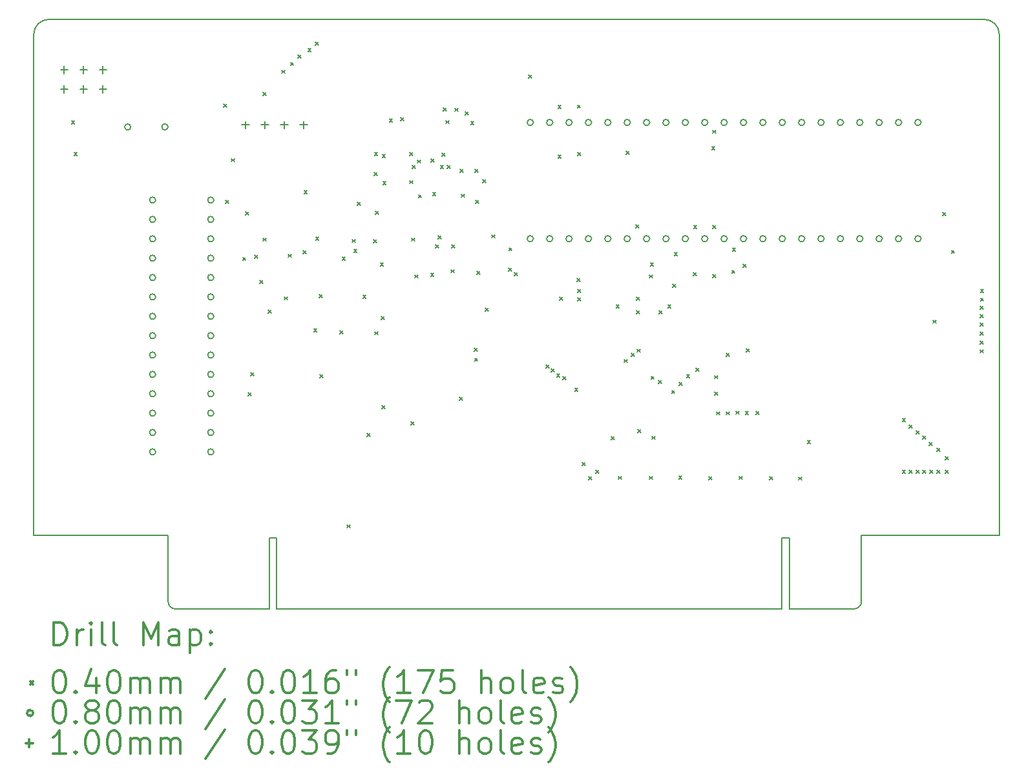
<source format=gbr>
%FSLAX45Y45*%
G04 Gerber Fmt 4.5, Leading zero omitted, Abs format (unit mm)*
G04 Created by KiCad (PCBNEW 4.0.7) date 07/31/18 13:25:57*
%MOMM*%
%LPD*%
G01*
G04 APERTURE LIST*
%ADD10C,0.127000*%
%ADD11C,0.150000*%
%ADD12C,0.200000*%
%ADD13C,0.300000*%
G04 APERTURE END LIST*
D10*
D11*
X4600000Y-3221480D02*
G75*
G03X4400000Y-3421480I0J-200000D01*
G01*
X17054000Y-3421480D02*
G75*
G03X16854000Y-3221480I-200000J0D01*
G01*
X15147620Y-10952988D02*
G75*
G03X15247620Y-10852988I0J100000D01*
G01*
X6160770Y-10852988D02*
G75*
G03X6260770Y-10952988I100000J0D01*
G01*
X6160770Y-10852988D02*
X6160770Y-9988550D01*
X7487412Y-10952988D02*
X6260770Y-10952988D01*
X7487412Y-10021824D02*
X7487412Y-10952988D01*
X7583424Y-10021824D02*
X7487412Y-10021824D01*
X7583424Y-10952988D02*
X7583424Y-10021824D01*
X14206728Y-10952988D02*
X7583424Y-10952988D01*
X14206728Y-10021824D02*
X14206728Y-10952988D01*
X14305788Y-10021824D02*
X14206728Y-10021824D01*
X14305788Y-10952988D02*
X14305788Y-10021824D01*
X15147620Y-10952988D02*
X14305788Y-10952988D01*
X15247620Y-9988550D02*
X15247620Y-10852988D01*
X15247620Y-9988550D02*
X17054000Y-9988550D01*
X6160770Y-9988550D02*
X4400000Y-9988550D01*
X4400000Y-3421480D02*
X4400000Y-9988550D01*
X16854000Y-3221480D02*
X4600000Y-3221480D01*
X17054000Y-9988550D02*
X17054000Y-3421480D01*
D12*
X4894900Y-4552000D02*
X4934900Y-4592000D01*
X4934900Y-4552000D02*
X4894900Y-4592000D01*
X4929190Y-4967290D02*
X4969190Y-5007290D01*
X4969190Y-4967290D02*
X4929190Y-5007290D01*
X6887000Y-4331000D02*
X6927000Y-4371000D01*
X6927000Y-4331000D02*
X6887000Y-4371000D01*
X6914200Y-5592130D02*
X6954200Y-5632130D01*
X6954200Y-5592130D02*
X6914200Y-5632130D01*
X6990400Y-5047300D02*
X7030400Y-5087300D01*
X7030400Y-5047300D02*
X6990400Y-5087300D01*
X7138990Y-6342700D02*
X7178990Y-6382700D01*
X7178990Y-6342700D02*
X7138990Y-6382700D01*
X7173280Y-5744530D02*
X7213280Y-5784530D01*
X7213280Y-5744530D02*
X7173280Y-5784530D01*
X7211380Y-8118160D02*
X7251380Y-8158160D01*
X7251380Y-8118160D02*
X7211380Y-8158160D01*
X7245670Y-7855270D02*
X7285670Y-7895270D01*
X7285670Y-7855270D02*
X7245670Y-7895270D01*
X7293168Y-6315776D02*
X7333168Y-6355776D01*
X7333168Y-6315776D02*
X7293168Y-6355776D01*
X7364288Y-6646992D02*
X7404288Y-6686992D01*
X7404288Y-6646992D02*
X7364288Y-6686992D01*
X7402896Y-6090224D02*
X7442896Y-6130224D01*
X7442896Y-6090224D02*
X7402896Y-6130224D01*
X7406452Y-4182176D02*
X7446452Y-4222176D01*
X7446452Y-4182176D02*
X7406452Y-4222176D01*
X7474270Y-7036120D02*
X7514270Y-7076120D01*
X7514270Y-7036120D02*
X7474270Y-7076120D01*
X7653340Y-3889060D02*
X7693340Y-3929060D01*
X7693340Y-3889060D02*
X7653340Y-3929060D01*
X7682296Y-6860860D02*
X7722296Y-6900860D01*
X7722296Y-6860860D02*
X7682296Y-6900860D01*
X7737160Y-6300790D02*
X7777160Y-6340790D01*
X7777160Y-6300790D02*
X7737160Y-6340790D01*
X7763830Y-3786190D02*
X7803830Y-3826190D01*
X7803830Y-3786190D02*
X7763830Y-3826190D01*
X7862890Y-3687130D02*
X7902890Y-3727130D01*
X7902890Y-3687130D02*
X7862890Y-3727130D01*
X7927660Y-6255070D02*
X7967660Y-6295070D01*
X7967660Y-6255070D02*
X7927660Y-6295070D01*
X7942900Y-5466400D02*
X7982900Y-5506400D01*
X7982900Y-5466400D02*
X7942900Y-5506400D01*
X7992430Y-3603310D02*
X8032430Y-3643310D01*
X8032430Y-3603310D02*
X7992430Y-3643310D01*
X8068630Y-7276150D02*
X8108630Y-7316150D01*
X8108630Y-7276150D02*
X8068630Y-7316150D01*
X8088950Y-3522030D02*
X8128950Y-3562030D01*
X8128950Y-3522030D02*
X8088950Y-3562030D01*
X8095808Y-6078032D02*
X8135808Y-6118032D01*
X8135808Y-6078032D02*
X8095808Y-6118032D01*
X8141274Y-6830888D02*
X8181274Y-6870888D01*
X8181274Y-6830888D02*
X8141274Y-6870888D01*
X8152450Y-7878130D02*
X8192450Y-7918130D01*
X8192450Y-7878130D02*
X8152450Y-7918130D01*
X8415340Y-7302820D02*
X8455340Y-7342820D01*
X8455340Y-7302820D02*
X8415340Y-7342820D01*
X8442010Y-6338890D02*
X8482010Y-6378890D01*
X8482010Y-6338890D02*
X8442010Y-6378890D01*
X8506780Y-9847900D02*
X8546780Y-9887900D01*
X8546780Y-9847900D02*
X8506780Y-9887900D01*
X8575360Y-6106480D02*
X8615360Y-6146480D01*
X8615360Y-6106480D02*
X8575360Y-6146480D01*
X8594410Y-6236020D02*
X8634410Y-6276020D01*
X8634410Y-6236020D02*
X8594410Y-6276020D01*
X8639368Y-5621848D02*
X8679368Y-5661848D01*
X8679368Y-5621848D02*
X8639368Y-5661848D01*
X8714044Y-6836476D02*
X8754044Y-6876476D01*
X8754044Y-6836476D02*
X8714044Y-6876476D01*
X8769670Y-8651560D02*
X8809670Y-8691560D01*
X8809670Y-8651560D02*
X8769670Y-8691560D01*
X8849680Y-6108512D02*
X8889680Y-6148512D01*
X8889680Y-6108512D02*
X8849680Y-6148512D01*
X8863396Y-5228656D02*
X8903396Y-5268656D01*
X8903396Y-5228656D02*
X8863396Y-5268656D01*
X8864920Y-4968052D02*
X8904920Y-5008052D01*
X8904920Y-4968052D02*
X8864920Y-5008052D01*
X8868730Y-7318060D02*
X8908730Y-7358060D01*
X8908730Y-7318060D02*
X8868730Y-7358060D01*
X8880160Y-5736148D02*
X8920160Y-5776148D01*
X8920160Y-5736148D02*
X8880160Y-5776148D01*
X8942644Y-6415852D02*
X8982644Y-6455852D01*
X8982644Y-6415852D02*
X8942644Y-6455852D01*
X8952550Y-7116130D02*
X8992550Y-7156130D01*
X8992550Y-7116130D02*
X8952550Y-7156130D01*
X8960170Y-8289610D02*
X9000170Y-8329610D01*
X9000170Y-8289610D02*
X8960170Y-8329610D01*
X8967790Y-4990150D02*
X9007790Y-5030150D01*
X9007790Y-4990150D02*
X8967790Y-5030150D01*
X8975410Y-5348290D02*
X9015410Y-5388290D01*
X9015410Y-5348290D02*
X8975410Y-5388290D01*
X9059992Y-4529140D02*
X9099992Y-4569140D01*
X9099992Y-4529140D02*
X9059992Y-4569140D01*
X9211376Y-4511868D02*
X9251376Y-4551868D01*
X9251376Y-4511868D02*
X9211376Y-4551868D01*
X9325930Y-4967290D02*
X9365930Y-5007290D01*
X9365930Y-4967290D02*
X9325930Y-5007290D01*
X9329740Y-5336860D02*
X9369740Y-5376860D01*
X9369740Y-5336860D02*
X9329740Y-5376860D01*
X9341170Y-8499160D02*
X9381170Y-8539160D01*
X9381170Y-8499160D02*
X9341170Y-8539160D01*
X9349298Y-6090478D02*
X9389298Y-6130478D01*
X9389298Y-6090478D02*
X9349298Y-6130478D01*
X9361744Y-5135184D02*
X9401744Y-5175184D01*
X9401744Y-5135184D02*
X9361744Y-5175184D01*
X9393748Y-6571300D02*
X9433748Y-6611300D01*
X9433748Y-6571300D02*
X9393748Y-6611300D01*
X9426514Y-5065080D02*
X9466514Y-5105080D01*
X9466514Y-5065080D02*
X9426514Y-5105080D01*
X9440484Y-5523296D02*
X9480484Y-5563296D01*
X9480484Y-5523296D02*
X9440484Y-5563296D01*
X9602536Y-6548440D02*
X9642536Y-6588440D01*
X9642536Y-6548440D02*
X9602536Y-6588440D01*
X9607616Y-5049840D02*
X9647616Y-5089840D01*
X9647616Y-5049840D02*
X9607616Y-5089840D01*
X9627936Y-5494848D02*
X9667936Y-5534848D01*
X9667936Y-5494848D02*
X9627936Y-5534848D01*
X9668576Y-6177600D02*
X9708576Y-6217600D01*
X9708576Y-6177600D02*
X9668576Y-6217600D01*
X9697024Y-6059744D02*
X9737024Y-6099744D01*
X9737024Y-6059744D02*
X9697024Y-6099744D01*
X9729536Y-5139248D02*
X9769536Y-5179248D01*
X9769536Y-5139248D02*
X9729536Y-5179248D01*
X9752650Y-4974910D02*
X9792650Y-5014910D01*
X9792650Y-4974910D02*
X9752650Y-5014910D01*
X9764588Y-4383344D02*
X9804588Y-4423344D01*
X9804588Y-4383344D02*
X9764588Y-4423344D01*
X9802180Y-4548190D02*
X9842180Y-4588190D01*
X9842180Y-4548190D02*
X9802180Y-4588190D01*
X9817420Y-5138740D02*
X9857420Y-5178740D01*
X9857420Y-5138740D02*
X9817420Y-5178740D01*
X9867966Y-6503990D02*
X9907966Y-6543990D01*
X9907966Y-6503990D02*
X9867966Y-6543990D01*
X9879904Y-6175568D02*
X9919904Y-6215568D01*
X9919904Y-6175568D02*
X9879904Y-6215568D01*
X9921052Y-4388932D02*
X9961052Y-4428932D01*
X9961052Y-4388932D02*
X9921052Y-4428932D01*
X9981250Y-8175310D02*
X10021250Y-8215310D01*
X10021250Y-8175310D02*
X9981250Y-8215310D01*
X9987600Y-5190048D02*
X10027600Y-5230048D01*
X10027600Y-5190048D02*
X9987600Y-5230048D01*
X10003856Y-5513136D02*
X10043856Y-5553136D01*
X10043856Y-5513136D02*
X10003856Y-5553136D01*
X10056688Y-4436176D02*
X10096688Y-4476176D01*
X10096688Y-4436176D02*
X10056688Y-4476176D01*
X10127808Y-4558928D02*
X10167808Y-4598928D01*
X10167808Y-4558928D02*
X10127808Y-4598928D01*
X10170988Y-7531420D02*
X10210988Y-7571420D01*
X10210988Y-7531420D02*
X10170988Y-7571420D01*
X10178100Y-7663500D02*
X10218100Y-7703500D01*
X10218100Y-7663500D02*
X10178100Y-7703500D01*
X10184704Y-5185984D02*
X10224704Y-5225984D01*
X10224704Y-5185984D02*
X10184704Y-5225984D01*
X10190800Y-5592384D02*
X10230800Y-5632384D01*
X10230800Y-5592384D02*
X10190800Y-5632384D01*
X10206040Y-6524056D02*
X10246040Y-6564056D01*
X10246040Y-6524056D02*
X10206040Y-6564056D01*
X10282240Y-5322128D02*
X10322240Y-5362128D01*
X10322240Y-5322128D02*
X10282240Y-5362128D01*
X10320000Y-7010000D02*
X10360000Y-7050000D01*
X10360000Y-7010000D02*
X10320000Y-7050000D01*
X10400096Y-6047552D02*
X10440096Y-6087552D01*
X10440096Y-6047552D02*
X10400096Y-6087552D01*
X10623616Y-6484432D02*
X10663616Y-6524432D01*
X10663616Y-6484432D02*
X10623616Y-6524432D01*
X10625648Y-6216208D02*
X10665648Y-6256208D01*
X10665648Y-6216208D02*
X10625648Y-6256208D01*
X10696768Y-6543360D02*
X10736768Y-6583360D01*
X10736768Y-6543360D02*
X10696768Y-6583360D01*
X10884220Y-3953830D02*
X10924220Y-3993830D01*
X10924220Y-3953830D02*
X10884220Y-3993830D01*
X11113000Y-7752000D02*
X11153000Y-7792000D01*
X11153000Y-7752000D02*
X11113000Y-7792000D01*
X11183000Y-7806000D02*
X11223000Y-7846000D01*
X11223000Y-7806000D02*
X11183000Y-7846000D01*
X11253291Y-7872983D02*
X11293291Y-7912983D01*
X11293291Y-7872983D02*
X11253291Y-7912983D01*
X11269030Y-4350070D02*
X11309030Y-4390070D01*
X11309030Y-4350070D02*
X11269030Y-4390070D01*
X11269030Y-5001580D02*
X11309030Y-5041580D01*
X11309030Y-5001580D02*
X11269030Y-5041580D01*
X11291000Y-6865000D02*
X11331000Y-6905000D01*
X11331000Y-6865000D02*
X11291000Y-6905000D01*
X11332000Y-7908000D02*
X11372000Y-7948000D01*
X11372000Y-7908000D02*
X11332000Y-7948000D01*
X11490010Y-8061010D02*
X11530010Y-8101010D01*
X11530010Y-8061010D02*
X11490010Y-8101010D01*
X11521000Y-6617000D02*
X11561000Y-6657000D01*
X11561000Y-6617000D02*
X11521000Y-6657000D01*
X11524300Y-4346260D02*
X11564300Y-4386260D01*
X11564300Y-4346260D02*
X11524300Y-4386260D01*
X11525824Y-6762816D02*
X11565824Y-6802816D01*
X11565824Y-6762816D02*
X11525824Y-6802816D01*
X11525824Y-6874576D02*
X11565824Y-6914576D01*
X11565824Y-6874576D02*
X11525824Y-6914576D01*
X11528110Y-4967290D02*
X11568110Y-5007290D01*
X11568110Y-4967290D02*
X11528110Y-5007290D01*
X11589070Y-9032560D02*
X11629070Y-9072560D01*
X11629070Y-9032560D02*
X11589070Y-9072560D01*
X11669080Y-9215440D02*
X11709080Y-9255440D01*
X11709080Y-9215440D02*
X11669080Y-9255440D01*
X11768140Y-9131620D02*
X11808140Y-9171620D01*
X11808140Y-9131620D02*
X11768140Y-9171620D01*
X11970070Y-8693470D02*
X12010070Y-8733470D01*
X12010070Y-8693470D02*
X11970070Y-8733470D01*
X12031030Y-6963730D02*
X12071030Y-7003730D01*
X12071030Y-6963730D02*
X12031030Y-7003730D01*
X12060240Y-9213408D02*
X12100240Y-9253408D01*
X12100240Y-9213408D02*
X12060240Y-9253408D01*
X12139488Y-7680264D02*
X12179488Y-7720264D01*
X12179488Y-7680264D02*
X12139488Y-7720264D01*
X12164634Y-4950526D02*
X12204634Y-4990526D01*
X12204634Y-4950526D02*
X12164634Y-4990526D01*
X12228896Y-7602032D02*
X12268896Y-7642032D01*
X12268896Y-7602032D02*
X12228896Y-7642032D01*
X12290364Y-5914456D02*
X12330364Y-5954456D01*
X12330364Y-5914456D02*
X12290364Y-5954456D01*
X12300016Y-6866448D02*
X12340016Y-6906448D01*
X12340016Y-6866448D02*
X12300016Y-6906448D01*
X12300016Y-7039168D02*
X12340016Y-7079168D01*
X12340016Y-7039168D02*
X12300016Y-7079168D01*
X12304334Y-7546152D02*
X12344334Y-7586152D01*
X12344334Y-7546152D02*
X12304334Y-7586152D01*
X12316780Y-8598220D02*
X12356780Y-8638220D01*
X12356780Y-8598220D02*
X12316780Y-8638220D01*
X12467656Y-9213916D02*
X12507656Y-9253916D01*
X12507656Y-9213916D02*
X12467656Y-9253916D01*
X12469180Y-6571300D02*
X12509180Y-6611300D01*
X12509180Y-6571300D02*
X12469180Y-6611300D01*
X12480864Y-6413312D02*
X12520864Y-6453312D01*
X12520864Y-6413312D02*
X12480864Y-6453312D01*
X12488230Y-7900990D02*
X12528230Y-7940990D01*
X12528230Y-7900990D02*
X12488230Y-7940990D01*
X12503470Y-8689660D02*
X12543470Y-8729660D01*
X12543470Y-8689660D02*
X12503470Y-8729660D01*
X12583480Y-7958140D02*
X12623480Y-7998140D01*
X12623480Y-7958140D02*
X12583480Y-7998140D01*
X12592624Y-7039168D02*
X12632624Y-7079168D01*
X12632624Y-7039168D02*
X12592624Y-7079168D01*
X12708448Y-6966016D02*
X12748448Y-7006016D01*
X12748448Y-6966016D02*
X12708448Y-7006016D01*
X12759756Y-8088188D02*
X12799756Y-8128188D01*
X12799756Y-8088188D02*
X12759756Y-8128188D01*
X12770932Y-6696776D02*
X12810932Y-6736776D01*
X12810932Y-6696776D02*
X12770932Y-6736776D01*
X12793030Y-6277930D02*
X12833030Y-6317930D01*
X12833030Y-6277930D02*
X12793030Y-6317930D01*
X12852720Y-9207312D02*
X12892720Y-9247312D01*
X12892720Y-9207312D02*
X12852720Y-9247312D01*
X12854752Y-7982016D02*
X12894752Y-8022016D01*
X12894752Y-7982016D02*
X12854752Y-8022016D01*
X12955336Y-7881432D02*
X12995336Y-7921432D01*
X12995336Y-7881432D02*
X12955336Y-7921432D01*
X13041950Y-6540312D02*
X13081950Y-6580312D01*
X13081950Y-6540312D02*
X13041950Y-6580312D01*
X13047538Y-5922838D02*
X13087538Y-5962838D01*
X13087538Y-5922838D02*
X13047538Y-5962838D01*
X13078272Y-7797612D02*
X13118272Y-7837612D01*
X13118272Y-7797612D02*
X13078272Y-7837612D01*
X13246420Y-9215440D02*
X13286420Y-9255440D01*
X13286420Y-9215440D02*
X13246420Y-9255440D01*
X13285028Y-4894646D02*
X13325028Y-4934646D01*
X13325028Y-4894646D02*
X13285028Y-4934646D01*
X13296204Y-4676714D02*
X13336204Y-4716714D01*
X13336204Y-4676714D02*
X13296204Y-4716714D01*
X13296204Y-5922838D02*
X13336204Y-5962838D01*
X13336204Y-5922838D02*
X13296204Y-5962838D01*
X13296204Y-6571046D02*
X13336204Y-6611046D01*
X13336204Y-6571046D02*
X13296204Y-6611046D01*
X13324144Y-7892608D02*
X13364144Y-7932608D01*
X13364144Y-7892608D02*
X13324144Y-7932608D01*
X13324144Y-8110540D02*
X13364144Y-8150540D01*
X13364144Y-8110540D02*
X13324144Y-8150540D01*
X13349290Y-8367588D02*
X13389290Y-8407588D01*
X13389290Y-8367588D02*
X13349290Y-8407588D01*
X13475020Y-7599238D02*
X13515020Y-7639238D01*
X13515020Y-7599238D02*
X13475020Y-7639238D01*
X13477814Y-8367588D02*
X13517814Y-8407588D01*
X13517814Y-8367588D02*
X13477814Y-8407588D01*
X13547664Y-6512372D02*
X13587664Y-6552372D01*
X13587664Y-6512372D02*
X13547664Y-6552372D01*
X13556046Y-6219002D02*
X13596046Y-6259002D01*
X13596046Y-6219002D02*
X13556046Y-6259002D01*
X13600750Y-8358190D02*
X13640750Y-8398190D01*
X13640750Y-8358190D02*
X13600750Y-8398190D01*
X13647232Y-9213916D02*
X13687232Y-9253916D01*
X13687232Y-9213916D02*
X13647232Y-9253916D01*
X13692952Y-6434140D02*
X13732952Y-6474140D01*
X13732952Y-6434140D02*
X13692952Y-6474140D01*
X13724702Y-8364032D02*
X13764702Y-8404032D01*
X13764702Y-8364032D02*
X13724702Y-8404032D01*
X13737656Y-7543358D02*
X13777656Y-7583358D01*
X13777656Y-7543358D02*
X13737656Y-7583358D01*
X13862878Y-8365048D02*
X13902878Y-8405048D01*
X13902878Y-8365048D02*
X13862878Y-8405048D01*
X14043472Y-9220012D02*
X14083472Y-9260012D01*
X14083472Y-9220012D02*
X14043472Y-9260012D01*
X14421424Y-9221536D02*
X14461424Y-9261536D01*
X14461424Y-9221536D02*
X14421424Y-9261536D01*
X14538010Y-8743000D02*
X14578010Y-8783000D01*
X14578010Y-8743000D02*
X14538010Y-8783000D01*
X15782102Y-8456488D02*
X15822102Y-8496488D01*
X15822102Y-8456488D02*
X15782102Y-8496488D01*
X15782864Y-9135938D02*
X15822864Y-9175938D01*
X15822864Y-9135938D02*
X15782864Y-9175938D01*
X15869986Y-8538784D02*
X15909986Y-8578784D01*
X15909986Y-8538784D02*
X15869986Y-8578784D01*
X15874558Y-9133144D02*
X15914558Y-9173144D01*
X15914558Y-9133144D02*
X15874558Y-9173144D01*
X15967268Y-8616508D02*
X16007268Y-8656508D01*
X16007268Y-8616508D02*
X15967268Y-8656508D01*
X15967268Y-9133144D02*
X16007268Y-9173144D01*
X16007268Y-9133144D02*
X15967268Y-9173144D01*
X16051088Y-8686104D02*
X16091088Y-8726104D01*
X16091088Y-8686104D02*
X16051088Y-8726104D01*
X16051088Y-9130350D02*
X16091088Y-9170350D01*
X16091088Y-9130350D02*
X16051088Y-9170350D01*
X16134908Y-8767130D02*
X16174908Y-8807130D01*
X16174908Y-8767130D02*
X16134908Y-8807130D01*
X16140496Y-9133144D02*
X16180496Y-9173144D01*
X16180496Y-9133144D02*
X16140496Y-9173144D01*
X16183930Y-7165660D02*
X16223930Y-7205660D01*
X16223930Y-7165660D02*
X16183930Y-7205660D01*
X16232698Y-8848156D02*
X16272698Y-8888156D01*
X16272698Y-8848156D02*
X16232698Y-8888156D01*
X16238286Y-9133144D02*
X16278286Y-9173144D01*
X16278286Y-9133144D02*
X16238286Y-9173144D01*
X16313724Y-5752404D02*
X16353724Y-5792404D01*
X16353724Y-5752404D02*
X16313724Y-5792404D01*
X16344458Y-8957122D02*
X16384458Y-8997122D01*
X16384458Y-8957122D02*
X16344458Y-8997122D01*
X16344458Y-9133144D02*
X16384458Y-9173144D01*
X16384458Y-9133144D02*
X16344458Y-9173144D01*
X16425484Y-6249736D02*
X16465484Y-6289736D01*
X16465484Y-6249736D02*
X16425484Y-6289736D01*
X16801150Y-7442266D02*
X16841150Y-7482266D01*
X16841150Y-7442266D02*
X16801150Y-7482266D01*
X16801150Y-7554280D02*
X16841150Y-7594280D01*
X16841150Y-7554280D02*
X16801150Y-7594280D01*
X16802674Y-7322632D02*
X16842674Y-7362632D01*
X16842674Y-7322632D02*
X16802674Y-7362632D01*
X16803436Y-7204522D02*
X16843436Y-7244522D01*
X16843436Y-7204522D02*
X16803436Y-7244522D01*
X16804452Y-7092000D02*
X16844452Y-7132000D01*
X16844452Y-7092000D02*
X16804452Y-7132000D01*
X16804960Y-6982780D02*
X16844960Y-7022780D01*
X16844960Y-6982780D02*
X16804960Y-7022780D01*
X16806484Y-6765610D02*
X16846484Y-6805610D01*
X16846484Y-6765610D02*
X16806484Y-6805610D01*
X16806484Y-6876100D02*
X16846484Y-6916100D01*
X16846484Y-6876100D02*
X16806484Y-6916100D01*
X5670860Y-4632960D02*
G75*
G03X5670860Y-4632960I-40000J0D01*
G01*
X5997062Y-5591810D02*
G75*
G03X5997062Y-5591810I-40000J0D01*
G01*
X5997062Y-5845810D02*
G75*
G03X5997062Y-5845810I-40000J0D01*
G01*
X5997062Y-6099810D02*
G75*
G03X5997062Y-6099810I-40000J0D01*
G01*
X5997062Y-6353810D02*
G75*
G03X5997062Y-6353810I-40000J0D01*
G01*
X5997062Y-6607810D02*
G75*
G03X5997062Y-6607810I-40000J0D01*
G01*
X5997062Y-6861810D02*
G75*
G03X5997062Y-6861810I-40000J0D01*
G01*
X5997062Y-7115810D02*
G75*
G03X5997062Y-7115810I-40000J0D01*
G01*
X5997062Y-7369810D02*
G75*
G03X5997062Y-7369810I-40000J0D01*
G01*
X5997062Y-7623810D02*
G75*
G03X5997062Y-7623810I-40000J0D01*
G01*
X5997062Y-7877810D02*
G75*
G03X5997062Y-7877810I-40000J0D01*
G01*
X5997062Y-8131810D02*
G75*
G03X5997062Y-8131810I-40000J0D01*
G01*
X5997062Y-8385810D02*
G75*
G03X5997062Y-8385810I-40000J0D01*
G01*
X5997062Y-8639810D02*
G75*
G03X5997062Y-8639810I-40000J0D01*
G01*
X5997062Y-8893810D02*
G75*
G03X5997062Y-8893810I-40000J0D01*
G01*
X6158860Y-4632960D02*
G75*
G03X6158860Y-4632960I-40000J0D01*
G01*
X6759062Y-5591810D02*
G75*
G03X6759062Y-5591810I-40000J0D01*
G01*
X6759062Y-5845810D02*
G75*
G03X6759062Y-5845810I-40000J0D01*
G01*
X6759062Y-6099810D02*
G75*
G03X6759062Y-6099810I-40000J0D01*
G01*
X6759062Y-6353810D02*
G75*
G03X6759062Y-6353810I-40000J0D01*
G01*
X6759062Y-6607810D02*
G75*
G03X6759062Y-6607810I-40000J0D01*
G01*
X6759062Y-6861810D02*
G75*
G03X6759062Y-6861810I-40000J0D01*
G01*
X6759062Y-7115810D02*
G75*
G03X6759062Y-7115810I-40000J0D01*
G01*
X6759062Y-7369810D02*
G75*
G03X6759062Y-7369810I-40000J0D01*
G01*
X6759062Y-7623810D02*
G75*
G03X6759062Y-7623810I-40000J0D01*
G01*
X6759062Y-7877810D02*
G75*
G03X6759062Y-7877810I-40000J0D01*
G01*
X6759062Y-8131810D02*
G75*
G03X6759062Y-8131810I-40000J0D01*
G01*
X6759062Y-8385810D02*
G75*
G03X6759062Y-8385810I-40000J0D01*
G01*
X6759062Y-8639810D02*
G75*
G03X6759062Y-8639810I-40000J0D01*
G01*
X6759062Y-8893810D02*
G75*
G03X6759062Y-8893810I-40000J0D01*
G01*
X10948030Y-4574540D02*
G75*
G03X10948030Y-4574540I-40000J0D01*
G01*
X10948030Y-6098540D02*
G75*
G03X10948030Y-6098540I-40000J0D01*
G01*
X11202030Y-4574540D02*
G75*
G03X11202030Y-4574540I-40000J0D01*
G01*
X11202030Y-6098540D02*
G75*
G03X11202030Y-6098540I-40000J0D01*
G01*
X11456030Y-4574540D02*
G75*
G03X11456030Y-4574540I-40000J0D01*
G01*
X11456030Y-6098540D02*
G75*
G03X11456030Y-6098540I-40000J0D01*
G01*
X11710030Y-4574540D02*
G75*
G03X11710030Y-4574540I-40000J0D01*
G01*
X11710030Y-6098540D02*
G75*
G03X11710030Y-6098540I-40000J0D01*
G01*
X11964030Y-4574540D02*
G75*
G03X11964030Y-4574540I-40000J0D01*
G01*
X11964030Y-6098540D02*
G75*
G03X11964030Y-6098540I-40000J0D01*
G01*
X12218030Y-4574540D02*
G75*
G03X12218030Y-4574540I-40000J0D01*
G01*
X12218030Y-6098540D02*
G75*
G03X12218030Y-6098540I-40000J0D01*
G01*
X12472030Y-4574540D02*
G75*
G03X12472030Y-4574540I-40000J0D01*
G01*
X12472030Y-6098540D02*
G75*
G03X12472030Y-6098540I-40000J0D01*
G01*
X12726030Y-4574540D02*
G75*
G03X12726030Y-4574540I-40000J0D01*
G01*
X12726030Y-6098540D02*
G75*
G03X12726030Y-6098540I-40000J0D01*
G01*
X12980030Y-4574540D02*
G75*
G03X12980030Y-4574540I-40000J0D01*
G01*
X12980030Y-6098540D02*
G75*
G03X12980030Y-6098540I-40000J0D01*
G01*
X13234030Y-4574540D02*
G75*
G03X13234030Y-4574540I-40000J0D01*
G01*
X13234030Y-6098540D02*
G75*
G03X13234030Y-6098540I-40000J0D01*
G01*
X13488030Y-4574540D02*
G75*
G03X13488030Y-4574540I-40000J0D01*
G01*
X13488030Y-6098540D02*
G75*
G03X13488030Y-6098540I-40000J0D01*
G01*
X13742030Y-4574540D02*
G75*
G03X13742030Y-4574540I-40000J0D01*
G01*
X13742030Y-6098540D02*
G75*
G03X13742030Y-6098540I-40000J0D01*
G01*
X13996030Y-4574540D02*
G75*
G03X13996030Y-4574540I-40000J0D01*
G01*
X13996030Y-6098540D02*
G75*
G03X13996030Y-6098540I-40000J0D01*
G01*
X14250030Y-4574540D02*
G75*
G03X14250030Y-4574540I-40000J0D01*
G01*
X14250030Y-6098540D02*
G75*
G03X14250030Y-6098540I-40000J0D01*
G01*
X14504030Y-4574540D02*
G75*
G03X14504030Y-4574540I-40000J0D01*
G01*
X14504030Y-6098540D02*
G75*
G03X14504030Y-6098540I-40000J0D01*
G01*
X14758030Y-4574540D02*
G75*
G03X14758030Y-4574540I-40000J0D01*
G01*
X14758030Y-6098540D02*
G75*
G03X14758030Y-6098540I-40000J0D01*
G01*
X15012030Y-4574540D02*
G75*
G03X15012030Y-4574540I-40000J0D01*
G01*
X15012030Y-6098540D02*
G75*
G03X15012030Y-6098540I-40000J0D01*
G01*
X15266030Y-4574540D02*
G75*
G03X15266030Y-4574540I-40000J0D01*
G01*
X15266030Y-6098540D02*
G75*
G03X15266030Y-6098540I-40000J0D01*
G01*
X15520030Y-4574540D02*
G75*
G03X15520030Y-4574540I-40000J0D01*
G01*
X15520030Y-6098540D02*
G75*
G03X15520030Y-6098540I-40000J0D01*
G01*
X15774030Y-4574540D02*
G75*
G03X15774030Y-4574540I-40000J0D01*
G01*
X15774030Y-6098540D02*
G75*
G03X15774030Y-6098540I-40000J0D01*
G01*
X16028030Y-4574540D02*
G75*
G03X16028030Y-4574540I-40000J0D01*
G01*
X16028030Y-6098540D02*
G75*
G03X16028030Y-6098540I-40000J0D01*
G01*
X4800000Y-3831000D02*
X4800000Y-3931000D01*
X4750000Y-3881000D02*
X4850000Y-3881000D01*
X4800000Y-4085000D02*
X4800000Y-4185000D01*
X4750000Y-4135000D02*
X4850000Y-4135000D01*
X5054000Y-3831000D02*
X5054000Y-3931000D01*
X5004000Y-3881000D02*
X5104000Y-3881000D01*
X5054000Y-4085000D02*
X5054000Y-4185000D01*
X5004000Y-4135000D02*
X5104000Y-4135000D01*
X5308000Y-3831000D02*
X5308000Y-3931000D01*
X5258000Y-3881000D02*
X5358000Y-3881000D01*
X5308000Y-4085000D02*
X5308000Y-4185000D01*
X5258000Y-4135000D02*
X5358000Y-4135000D01*
X7175500Y-4556290D02*
X7175500Y-4656290D01*
X7125500Y-4606290D02*
X7225500Y-4606290D01*
X7429500Y-4556290D02*
X7429500Y-4656290D01*
X7379500Y-4606290D02*
X7479500Y-4606290D01*
X7683500Y-4556290D02*
X7683500Y-4656290D01*
X7633500Y-4606290D02*
X7733500Y-4606290D01*
X7937500Y-4556290D02*
X7937500Y-4656290D01*
X7887500Y-4606290D02*
X7987500Y-4606290D01*
D13*
X4663929Y-11426202D02*
X4663929Y-11126202D01*
X4735357Y-11126202D01*
X4778214Y-11140488D01*
X4806786Y-11169060D01*
X4821071Y-11197631D01*
X4835357Y-11254774D01*
X4835357Y-11297631D01*
X4821071Y-11354774D01*
X4806786Y-11383345D01*
X4778214Y-11411917D01*
X4735357Y-11426202D01*
X4663929Y-11426202D01*
X4963929Y-11426202D02*
X4963929Y-11226202D01*
X4963929Y-11283345D02*
X4978214Y-11254774D01*
X4992500Y-11240488D01*
X5021071Y-11226202D01*
X5049643Y-11226202D01*
X5149643Y-11426202D02*
X5149643Y-11226202D01*
X5149643Y-11126202D02*
X5135357Y-11140488D01*
X5149643Y-11154774D01*
X5163929Y-11140488D01*
X5149643Y-11126202D01*
X5149643Y-11154774D01*
X5335357Y-11426202D02*
X5306786Y-11411917D01*
X5292500Y-11383345D01*
X5292500Y-11126202D01*
X5492500Y-11426202D02*
X5463929Y-11411917D01*
X5449643Y-11383345D01*
X5449643Y-11126202D01*
X5835357Y-11426202D02*
X5835357Y-11126202D01*
X5935357Y-11340488D01*
X6035357Y-11126202D01*
X6035357Y-11426202D01*
X6306786Y-11426202D02*
X6306786Y-11269059D01*
X6292500Y-11240488D01*
X6263928Y-11226202D01*
X6206786Y-11226202D01*
X6178214Y-11240488D01*
X6306786Y-11411917D02*
X6278214Y-11426202D01*
X6206786Y-11426202D01*
X6178214Y-11411917D01*
X6163928Y-11383345D01*
X6163928Y-11354774D01*
X6178214Y-11326202D01*
X6206786Y-11311917D01*
X6278214Y-11311917D01*
X6306786Y-11297631D01*
X6449643Y-11226202D02*
X6449643Y-11526202D01*
X6449643Y-11240488D02*
X6478214Y-11226202D01*
X6535357Y-11226202D01*
X6563928Y-11240488D01*
X6578214Y-11254774D01*
X6592500Y-11283345D01*
X6592500Y-11369059D01*
X6578214Y-11397631D01*
X6563928Y-11411917D01*
X6535357Y-11426202D01*
X6478214Y-11426202D01*
X6449643Y-11411917D01*
X6721071Y-11397631D02*
X6735357Y-11411917D01*
X6721071Y-11426202D01*
X6706786Y-11411917D01*
X6721071Y-11397631D01*
X6721071Y-11426202D01*
X6721071Y-11240488D02*
X6735357Y-11254774D01*
X6721071Y-11269059D01*
X6706786Y-11254774D01*
X6721071Y-11240488D01*
X6721071Y-11269059D01*
X4352500Y-11900488D02*
X4392500Y-11940488D01*
X4392500Y-11900488D02*
X4352500Y-11940488D01*
X4721071Y-11756202D02*
X4749643Y-11756202D01*
X4778214Y-11770488D01*
X4792500Y-11784774D01*
X4806786Y-11813345D01*
X4821071Y-11870488D01*
X4821071Y-11941917D01*
X4806786Y-11999059D01*
X4792500Y-12027631D01*
X4778214Y-12041917D01*
X4749643Y-12056202D01*
X4721071Y-12056202D01*
X4692500Y-12041917D01*
X4678214Y-12027631D01*
X4663929Y-11999059D01*
X4649643Y-11941917D01*
X4649643Y-11870488D01*
X4663929Y-11813345D01*
X4678214Y-11784774D01*
X4692500Y-11770488D01*
X4721071Y-11756202D01*
X4949643Y-12027631D02*
X4963929Y-12041917D01*
X4949643Y-12056202D01*
X4935357Y-12041917D01*
X4949643Y-12027631D01*
X4949643Y-12056202D01*
X5221071Y-11856202D02*
X5221071Y-12056202D01*
X5149643Y-11741917D02*
X5078214Y-11956202D01*
X5263928Y-11956202D01*
X5435357Y-11756202D02*
X5463929Y-11756202D01*
X5492500Y-11770488D01*
X5506786Y-11784774D01*
X5521071Y-11813345D01*
X5535357Y-11870488D01*
X5535357Y-11941917D01*
X5521071Y-11999059D01*
X5506786Y-12027631D01*
X5492500Y-12041917D01*
X5463929Y-12056202D01*
X5435357Y-12056202D01*
X5406786Y-12041917D01*
X5392500Y-12027631D01*
X5378214Y-11999059D01*
X5363929Y-11941917D01*
X5363929Y-11870488D01*
X5378214Y-11813345D01*
X5392500Y-11784774D01*
X5406786Y-11770488D01*
X5435357Y-11756202D01*
X5663928Y-12056202D02*
X5663928Y-11856202D01*
X5663928Y-11884774D02*
X5678214Y-11870488D01*
X5706786Y-11856202D01*
X5749643Y-11856202D01*
X5778214Y-11870488D01*
X5792500Y-11899059D01*
X5792500Y-12056202D01*
X5792500Y-11899059D02*
X5806786Y-11870488D01*
X5835357Y-11856202D01*
X5878214Y-11856202D01*
X5906786Y-11870488D01*
X5921071Y-11899059D01*
X5921071Y-12056202D01*
X6063928Y-12056202D02*
X6063928Y-11856202D01*
X6063928Y-11884774D02*
X6078214Y-11870488D01*
X6106786Y-11856202D01*
X6149643Y-11856202D01*
X6178214Y-11870488D01*
X6192500Y-11899059D01*
X6192500Y-12056202D01*
X6192500Y-11899059D02*
X6206786Y-11870488D01*
X6235357Y-11856202D01*
X6278214Y-11856202D01*
X6306786Y-11870488D01*
X6321071Y-11899059D01*
X6321071Y-12056202D01*
X6906786Y-11741917D02*
X6649643Y-12127631D01*
X7292500Y-11756202D02*
X7321071Y-11756202D01*
X7349643Y-11770488D01*
X7363928Y-11784774D01*
X7378214Y-11813345D01*
X7392500Y-11870488D01*
X7392500Y-11941917D01*
X7378214Y-11999059D01*
X7363928Y-12027631D01*
X7349643Y-12041917D01*
X7321071Y-12056202D01*
X7292500Y-12056202D01*
X7263928Y-12041917D01*
X7249643Y-12027631D01*
X7235357Y-11999059D01*
X7221071Y-11941917D01*
X7221071Y-11870488D01*
X7235357Y-11813345D01*
X7249643Y-11784774D01*
X7263928Y-11770488D01*
X7292500Y-11756202D01*
X7521071Y-12027631D02*
X7535357Y-12041917D01*
X7521071Y-12056202D01*
X7506786Y-12041917D01*
X7521071Y-12027631D01*
X7521071Y-12056202D01*
X7721071Y-11756202D02*
X7749643Y-11756202D01*
X7778214Y-11770488D01*
X7792500Y-11784774D01*
X7806785Y-11813345D01*
X7821071Y-11870488D01*
X7821071Y-11941917D01*
X7806785Y-11999059D01*
X7792500Y-12027631D01*
X7778214Y-12041917D01*
X7749643Y-12056202D01*
X7721071Y-12056202D01*
X7692500Y-12041917D01*
X7678214Y-12027631D01*
X7663928Y-11999059D01*
X7649643Y-11941917D01*
X7649643Y-11870488D01*
X7663928Y-11813345D01*
X7678214Y-11784774D01*
X7692500Y-11770488D01*
X7721071Y-11756202D01*
X8106785Y-12056202D02*
X7935357Y-12056202D01*
X8021071Y-12056202D02*
X8021071Y-11756202D01*
X7992500Y-11799059D01*
X7963928Y-11827631D01*
X7935357Y-11841917D01*
X8363928Y-11756202D02*
X8306785Y-11756202D01*
X8278214Y-11770488D01*
X8263928Y-11784774D01*
X8235357Y-11827631D01*
X8221071Y-11884774D01*
X8221071Y-11999059D01*
X8235357Y-12027631D01*
X8249643Y-12041917D01*
X8278214Y-12056202D01*
X8335357Y-12056202D01*
X8363928Y-12041917D01*
X8378214Y-12027631D01*
X8392500Y-11999059D01*
X8392500Y-11927631D01*
X8378214Y-11899059D01*
X8363928Y-11884774D01*
X8335357Y-11870488D01*
X8278214Y-11870488D01*
X8249643Y-11884774D01*
X8235357Y-11899059D01*
X8221071Y-11927631D01*
X8506786Y-11756202D02*
X8506786Y-11813345D01*
X8621071Y-11756202D02*
X8621071Y-11813345D01*
X9063928Y-12170488D02*
X9049643Y-12156202D01*
X9021071Y-12113345D01*
X9006786Y-12084774D01*
X8992500Y-12041917D01*
X8978214Y-11970488D01*
X8978214Y-11913345D01*
X8992500Y-11841917D01*
X9006786Y-11799059D01*
X9021071Y-11770488D01*
X9049643Y-11727631D01*
X9063928Y-11713345D01*
X9335357Y-12056202D02*
X9163928Y-12056202D01*
X9249643Y-12056202D02*
X9249643Y-11756202D01*
X9221071Y-11799059D01*
X9192500Y-11827631D01*
X9163928Y-11841917D01*
X9435357Y-11756202D02*
X9635357Y-11756202D01*
X9506786Y-12056202D01*
X9892500Y-11756202D02*
X9749643Y-11756202D01*
X9735357Y-11899059D01*
X9749643Y-11884774D01*
X9778214Y-11870488D01*
X9849643Y-11870488D01*
X9878214Y-11884774D01*
X9892500Y-11899059D01*
X9906786Y-11927631D01*
X9906786Y-11999059D01*
X9892500Y-12027631D01*
X9878214Y-12041917D01*
X9849643Y-12056202D01*
X9778214Y-12056202D01*
X9749643Y-12041917D01*
X9735357Y-12027631D01*
X10263928Y-12056202D02*
X10263928Y-11756202D01*
X10392500Y-12056202D02*
X10392500Y-11899059D01*
X10378214Y-11870488D01*
X10349643Y-11856202D01*
X10306786Y-11856202D01*
X10278214Y-11870488D01*
X10263928Y-11884774D01*
X10578214Y-12056202D02*
X10549643Y-12041917D01*
X10535357Y-12027631D01*
X10521071Y-11999059D01*
X10521071Y-11913345D01*
X10535357Y-11884774D01*
X10549643Y-11870488D01*
X10578214Y-11856202D01*
X10621071Y-11856202D01*
X10649643Y-11870488D01*
X10663928Y-11884774D01*
X10678214Y-11913345D01*
X10678214Y-11999059D01*
X10663928Y-12027631D01*
X10649643Y-12041917D01*
X10621071Y-12056202D01*
X10578214Y-12056202D01*
X10849643Y-12056202D02*
X10821071Y-12041917D01*
X10806786Y-12013345D01*
X10806786Y-11756202D01*
X11078214Y-12041917D02*
X11049643Y-12056202D01*
X10992500Y-12056202D01*
X10963929Y-12041917D01*
X10949643Y-12013345D01*
X10949643Y-11899059D01*
X10963929Y-11870488D01*
X10992500Y-11856202D01*
X11049643Y-11856202D01*
X11078214Y-11870488D01*
X11092500Y-11899059D01*
X11092500Y-11927631D01*
X10949643Y-11956202D01*
X11206786Y-12041917D02*
X11235357Y-12056202D01*
X11292500Y-12056202D01*
X11321071Y-12041917D01*
X11335357Y-12013345D01*
X11335357Y-11999059D01*
X11321071Y-11970488D01*
X11292500Y-11956202D01*
X11249643Y-11956202D01*
X11221071Y-11941917D01*
X11206786Y-11913345D01*
X11206786Y-11899059D01*
X11221071Y-11870488D01*
X11249643Y-11856202D01*
X11292500Y-11856202D01*
X11321071Y-11870488D01*
X11435357Y-12170488D02*
X11449643Y-12156202D01*
X11478214Y-12113345D01*
X11492500Y-12084774D01*
X11506786Y-12041917D01*
X11521071Y-11970488D01*
X11521071Y-11913345D01*
X11506786Y-11841917D01*
X11492500Y-11799059D01*
X11478214Y-11770488D01*
X11449643Y-11727631D01*
X11435357Y-11713345D01*
X4392500Y-12316488D02*
G75*
G03X4392500Y-12316488I-40000J0D01*
G01*
X4721071Y-12152202D02*
X4749643Y-12152202D01*
X4778214Y-12166488D01*
X4792500Y-12180774D01*
X4806786Y-12209345D01*
X4821071Y-12266488D01*
X4821071Y-12337917D01*
X4806786Y-12395059D01*
X4792500Y-12423631D01*
X4778214Y-12437917D01*
X4749643Y-12452202D01*
X4721071Y-12452202D01*
X4692500Y-12437917D01*
X4678214Y-12423631D01*
X4663929Y-12395059D01*
X4649643Y-12337917D01*
X4649643Y-12266488D01*
X4663929Y-12209345D01*
X4678214Y-12180774D01*
X4692500Y-12166488D01*
X4721071Y-12152202D01*
X4949643Y-12423631D02*
X4963929Y-12437917D01*
X4949643Y-12452202D01*
X4935357Y-12437917D01*
X4949643Y-12423631D01*
X4949643Y-12452202D01*
X5135357Y-12280774D02*
X5106786Y-12266488D01*
X5092500Y-12252202D01*
X5078214Y-12223631D01*
X5078214Y-12209345D01*
X5092500Y-12180774D01*
X5106786Y-12166488D01*
X5135357Y-12152202D01*
X5192500Y-12152202D01*
X5221071Y-12166488D01*
X5235357Y-12180774D01*
X5249643Y-12209345D01*
X5249643Y-12223631D01*
X5235357Y-12252202D01*
X5221071Y-12266488D01*
X5192500Y-12280774D01*
X5135357Y-12280774D01*
X5106786Y-12295059D01*
X5092500Y-12309345D01*
X5078214Y-12337917D01*
X5078214Y-12395059D01*
X5092500Y-12423631D01*
X5106786Y-12437917D01*
X5135357Y-12452202D01*
X5192500Y-12452202D01*
X5221071Y-12437917D01*
X5235357Y-12423631D01*
X5249643Y-12395059D01*
X5249643Y-12337917D01*
X5235357Y-12309345D01*
X5221071Y-12295059D01*
X5192500Y-12280774D01*
X5435357Y-12152202D02*
X5463929Y-12152202D01*
X5492500Y-12166488D01*
X5506786Y-12180774D01*
X5521071Y-12209345D01*
X5535357Y-12266488D01*
X5535357Y-12337917D01*
X5521071Y-12395059D01*
X5506786Y-12423631D01*
X5492500Y-12437917D01*
X5463929Y-12452202D01*
X5435357Y-12452202D01*
X5406786Y-12437917D01*
X5392500Y-12423631D01*
X5378214Y-12395059D01*
X5363929Y-12337917D01*
X5363929Y-12266488D01*
X5378214Y-12209345D01*
X5392500Y-12180774D01*
X5406786Y-12166488D01*
X5435357Y-12152202D01*
X5663928Y-12452202D02*
X5663928Y-12252202D01*
X5663928Y-12280774D02*
X5678214Y-12266488D01*
X5706786Y-12252202D01*
X5749643Y-12252202D01*
X5778214Y-12266488D01*
X5792500Y-12295059D01*
X5792500Y-12452202D01*
X5792500Y-12295059D02*
X5806786Y-12266488D01*
X5835357Y-12252202D01*
X5878214Y-12252202D01*
X5906786Y-12266488D01*
X5921071Y-12295059D01*
X5921071Y-12452202D01*
X6063928Y-12452202D02*
X6063928Y-12252202D01*
X6063928Y-12280774D02*
X6078214Y-12266488D01*
X6106786Y-12252202D01*
X6149643Y-12252202D01*
X6178214Y-12266488D01*
X6192500Y-12295059D01*
X6192500Y-12452202D01*
X6192500Y-12295059D02*
X6206786Y-12266488D01*
X6235357Y-12252202D01*
X6278214Y-12252202D01*
X6306786Y-12266488D01*
X6321071Y-12295059D01*
X6321071Y-12452202D01*
X6906786Y-12137917D02*
X6649643Y-12523631D01*
X7292500Y-12152202D02*
X7321071Y-12152202D01*
X7349643Y-12166488D01*
X7363928Y-12180774D01*
X7378214Y-12209345D01*
X7392500Y-12266488D01*
X7392500Y-12337917D01*
X7378214Y-12395059D01*
X7363928Y-12423631D01*
X7349643Y-12437917D01*
X7321071Y-12452202D01*
X7292500Y-12452202D01*
X7263928Y-12437917D01*
X7249643Y-12423631D01*
X7235357Y-12395059D01*
X7221071Y-12337917D01*
X7221071Y-12266488D01*
X7235357Y-12209345D01*
X7249643Y-12180774D01*
X7263928Y-12166488D01*
X7292500Y-12152202D01*
X7521071Y-12423631D02*
X7535357Y-12437917D01*
X7521071Y-12452202D01*
X7506786Y-12437917D01*
X7521071Y-12423631D01*
X7521071Y-12452202D01*
X7721071Y-12152202D02*
X7749643Y-12152202D01*
X7778214Y-12166488D01*
X7792500Y-12180774D01*
X7806785Y-12209345D01*
X7821071Y-12266488D01*
X7821071Y-12337917D01*
X7806785Y-12395059D01*
X7792500Y-12423631D01*
X7778214Y-12437917D01*
X7749643Y-12452202D01*
X7721071Y-12452202D01*
X7692500Y-12437917D01*
X7678214Y-12423631D01*
X7663928Y-12395059D01*
X7649643Y-12337917D01*
X7649643Y-12266488D01*
X7663928Y-12209345D01*
X7678214Y-12180774D01*
X7692500Y-12166488D01*
X7721071Y-12152202D01*
X7921071Y-12152202D02*
X8106785Y-12152202D01*
X8006785Y-12266488D01*
X8049643Y-12266488D01*
X8078214Y-12280774D01*
X8092500Y-12295059D01*
X8106785Y-12323631D01*
X8106785Y-12395059D01*
X8092500Y-12423631D01*
X8078214Y-12437917D01*
X8049643Y-12452202D01*
X7963928Y-12452202D01*
X7935357Y-12437917D01*
X7921071Y-12423631D01*
X8392500Y-12452202D02*
X8221071Y-12452202D01*
X8306785Y-12452202D02*
X8306785Y-12152202D01*
X8278214Y-12195059D01*
X8249643Y-12223631D01*
X8221071Y-12237917D01*
X8506786Y-12152202D02*
X8506786Y-12209345D01*
X8621071Y-12152202D02*
X8621071Y-12209345D01*
X9063928Y-12566488D02*
X9049643Y-12552202D01*
X9021071Y-12509345D01*
X9006786Y-12480774D01*
X8992500Y-12437917D01*
X8978214Y-12366488D01*
X8978214Y-12309345D01*
X8992500Y-12237917D01*
X9006786Y-12195059D01*
X9021071Y-12166488D01*
X9049643Y-12123631D01*
X9063928Y-12109345D01*
X9149643Y-12152202D02*
X9349643Y-12152202D01*
X9221071Y-12452202D01*
X9449643Y-12180774D02*
X9463928Y-12166488D01*
X9492500Y-12152202D01*
X9563928Y-12152202D01*
X9592500Y-12166488D01*
X9606786Y-12180774D01*
X9621071Y-12209345D01*
X9621071Y-12237917D01*
X9606786Y-12280774D01*
X9435357Y-12452202D01*
X9621071Y-12452202D01*
X9978214Y-12452202D02*
X9978214Y-12152202D01*
X10106786Y-12452202D02*
X10106786Y-12295059D01*
X10092500Y-12266488D01*
X10063928Y-12252202D01*
X10021071Y-12252202D01*
X9992500Y-12266488D01*
X9978214Y-12280774D01*
X10292500Y-12452202D02*
X10263928Y-12437917D01*
X10249643Y-12423631D01*
X10235357Y-12395059D01*
X10235357Y-12309345D01*
X10249643Y-12280774D01*
X10263928Y-12266488D01*
X10292500Y-12252202D01*
X10335357Y-12252202D01*
X10363928Y-12266488D01*
X10378214Y-12280774D01*
X10392500Y-12309345D01*
X10392500Y-12395059D01*
X10378214Y-12423631D01*
X10363928Y-12437917D01*
X10335357Y-12452202D01*
X10292500Y-12452202D01*
X10563928Y-12452202D02*
X10535357Y-12437917D01*
X10521071Y-12409345D01*
X10521071Y-12152202D01*
X10792500Y-12437917D02*
X10763929Y-12452202D01*
X10706786Y-12452202D01*
X10678214Y-12437917D01*
X10663929Y-12409345D01*
X10663929Y-12295059D01*
X10678214Y-12266488D01*
X10706786Y-12252202D01*
X10763929Y-12252202D01*
X10792500Y-12266488D01*
X10806786Y-12295059D01*
X10806786Y-12323631D01*
X10663929Y-12352202D01*
X10921071Y-12437917D02*
X10949643Y-12452202D01*
X11006786Y-12452202D01*
X11035357Y-12437917D01*
X11049643Y-12409345D01*
X11049643Y-12395059D01*
X11035357Y-12366488D01*
X11006786Y-12352202D01*
X10963929Y-12352202D01*
X10935357Y-12337917D01*
X10921071Y-12309345D01*
X10921071Y-12295059D01*
X10935357Y-12266488D01*
X10963929Y-12252202D01*
X11006786Y-12252202D01*
X11035357Y-12266488D01*
X11149643Y-12566488D02*
X11163929Y-12552202D01*
X11192500Y-12509345D01*
X11206786Y-12480774D01*
X11221071Y-12437917D01*
X11235357Y-12366488D01*
X11235357Y-12309345D01*
X11221071Y-12237917D01*
X11206786Y-12195059D01*
X11192500Y-12166488D01*
X11163929Y-12123631D01*
X11149643Y-12109345D01*
X4342500Y-12662488D02*
X4342500Y-12762488D01*
X4292500Y-12712488D02*
X4392500Y-12712488D01*
X4821071Y-12848202D02*
X4649643Y-12848202D01*
X4735357Y-12848202D02*
X4735357Y-12548202D01*
X4706786Y-12591059D01*
X4678214Y-12619631D01*
X4649643Y-12633917D01*
X4949643Y-12819631D02*
X4963929Y-12833917D01*
X4949643Y-12848202D01*
X4935357Y-12833917D01*
X4949643Y-12819631D01*
X4949643Y-12848202D01*
X5149643Y-12548202D02*
X5178214Y-12548202D01*
X5206786Y-12562488D01*
X5221071Y-12576774D01*
X5235357Y-12605345D01*
X5249643Y-12662488D01*
X5249643Y-12733917D01*
X5235357Y-12791059D01*
X5221071Y-12819631D01*
X5206786Y-12833917D01*
X5178214Y-12848202D01*
X5149643Y-12848202D01*
X5121071Y-12833917D01*
X5106786Y-12819631D01*
X5092500Y-12791059D01*
X5078214Y-12733917D01*
X5078214Y-12662488D01*
X5092500Y-12605345D01*
X5106786Y-12576774D01*
X5121071Y-12562488D01*
X5149643Y-12548202D01*
X5435357Y-12548202D02*
X5463929Y-12548202D01*
X5492500Y-12562488D01*
X5506786Y-12576774D01*
X5521071Y-12605345D01*
X5535357Y-12662488D01*
X5535357Y-12733917D01*
X5521071Y-12791059D01*
X5506786Y-12819631D01*
X5492500Y-12833917D01*
X5463929Y-12848202D01*
X5435357Y-12848202D01*
X5406786Y-12833917D01*
X5392500Y-12819631D01*
X5378214Y-12791059D01*
X5363929Y-12733917D01*
X5363929Y-12662488D01*
X5378214Y-12605345D01*
X5392500Y-12576774D01*
X5406786Y-12562488D01*
X5435357Y-12548202D01*
X5663928Y-12848202D02*
X5663928Y-12648202D01*
X5663928Y-12676774D02*
X5678214Y-12662488D01*
X5706786Y-12648202D01*
X5749643Y-12648202D01*
X5778214Y-12662488D01*
X5792500Y-12691059D01*
X5792500Y-12848202D01*
X5792500Y-12691059D02*
X5806786Y-12662488D01*
X5835357Y-12648202D01*
X5878214Y-12648202D01*
X5906786Y-12662488D01*
X5921071Y-12691059D01*
X5921071Y-12848202D01*
X6063928Y-12848202D02*
X6063928Y-12648202D01*
X6063928Y-12676774D02*
X6078214Y-12662488D01*
X6106786Y-12648202D01*
X6149643Y-12648202D01*
X6178214Y-12662488D01*
X6192500Y-12691059D01*
X6192500Y-12848202D01*
X6192500Y-12691059D02*
X6206786Y-12662488D01*
X6235357Y-12648202D01*
X6278214Y-12648202D01*
X6306786Y-12662488D01*
X6321071Y-12691059D01*
X6321071Y-12848202D01*
X6906786Y-12533917D02*
X6649643Y-12919631D01*
X7292500Y-12548202D02*
X7321071Y-12548202D01*
X7349643Y-12562488D01*
X7363928Y-12576774D01*
X7378214Y-12605345D01*
X7392500Y-12662488D01*
X7392500Y-12733917D01*
X7378214Y-12791059D01*
X7363928Y-12819631D01*
X7349643Y-12833917D01*
X7321071Y-12848202D01*
X7292500Y-12848202D01*
X7263928Y-12833917D01*
X7249643Y-12819631D01*
X7235357Y-12791059D01*
X7221071Y-12733917D01*
X7221071Y-12662488D01*
X7235357Y-12605345D01*
X7249643Y-12576774D01*
X7263928Y-12562488D01*
X7292500Y-12548202D01*
X7521071Y-12819631D02*
X7535357Y-12833917D01*
X7521071Y-12848202D01*
X7506786Y-12833917D01*
X7521071Y-12819631D01*
X7521071Y-12848202D01*
X7721071Y-12548202D02*
X7749643Y-12548202D01*
X7778214Y-12562488D01*
X7792500Y-12576774D01*
X7806785Y-12605345D01*
X7821071Y-12662488D01*
X7821071Y-12733917D01*
X7806785Y-12791059D01*
X7792500Y-12819631D01*
X7778214Y-12833917D01*
X7749643Y-12848202D01*
X7721071Y-12848202D01*
X7692500Y-12833917D01*
X7678214Y-12819631D01*
X7663928Y-12791059D01*
X7649643Y-12733917D01*
X7649643Y-12662488D01*
X7663928Y-12605345D01*
X7678214Y-12576774D01*
X7692500Y-12562488D01*
X7721071Y-12548202D01*
X7921071Y-12548202D02*
X8106785Y-12548202D01*
X8006785Y-12662488D01*
X8049643Y-12662488D01*
X8078214Y-12676774D01*
X8092500Y-12691059D01*
X8106785Y-12719631D01*
X8106785Y-12791059D01*
X8092500Y-12819631D01*
X8078214Y-12833917D01*
X8049643Y-12848202D01*
X7963928Y-12848202D01*
X7935357Y-12833917D01*
X7921071Y-12819631D01*
X8249643Y-12848202D02*
X8306785Y-12848202D01*
X8335357Y-12833917D01*
X8349643Y-12819631D01*
X8378214Y-12776774D01*
X8392500Y-12719631D01*
X8392500Y-12605345D01*
X8378214Y-12576774D01*
X8363928Y-12562488D01*
X8335357Y-12548202D01*
X8278214Y-12548202D01*
X8249643Y-12562488D01*
X8235357Y-12576774D01*
X8221071Y-12605345D01*
X8221071Y-12676774D01*
X8235357Y-12705345D01*
X8249643Y-12719631D01*
X8278214Y-12733917D01*
X8335357Y-12733917D01*
X8363928Y-12719631D01*
X8378214Y-12705345D01*
X8392500Y-12676774D01*
X8506786Y-12548202D02*
X8506786Y-12605345D01*
X8621071Y-12548202D02*
X8621071Y-12605345D01*
X9063928Y-12962488D02*
X9049643Y-12948202D01*
X9021071Y-12905345D01*
X9006786Y-12876774D01*
X8992500Y-12833917D01*
X8978214Y-12762488D01*
X8978214Y-12705345D01*
X8992500Y-12633917D01*
X9006786Y-12591059D01*
X9021071Y-12562488D01*
X9049643Y-12519631D01*
X9063928Y-12505345D01*
X9335357Y-12848202D02*
X9163928Y-12848202D01*
X9249643Y-12848202D02*
X9249643Y-12548202D01*
X9221071Y-12591059D01*
X9192500Y-12619631D01*
X9163928Y-12633917D01*
X9521071Y-12548202D02*
X9549643Y-12548202D01*
X9578214Y-12562488D01*
X9592500Y-12576774D01*
X9606786Y-12605345D01*
X9621071Y-12662488D01*
X9621071Y-12733917D01*
X9606786Y-12791059D01*
X9592500Y-12819631D01*
X9578214Y-12833917D01*
X9549643Y-12848202D01*
X9521071Y-12848202D01*
X9492500Y-12833917D01*
X9478214Y-12819631D01*
X9463928Y-12791059D01*
X9449643Y-12733917D01*
X9449643Y-12662488D01*
X9463928Y-12605345D01*
X9478214Y-12576774D01*
X9492500Y-12562488D01*
X9521071Y-12548202D01*
X9978214Y-12848202D02*
X9978214Y-12548202D01*
X10106786Y-12848202D02*
X10106786Y-12691059D01*
X10092500Y-12662488D01*
X10063928Y-12648202D01*
X10021071Y-12648202D01*
X9992500Y-12662488D01*
X9978214Y-12676774D01*
X10292500Y-12848202D02*
X10263928Y-12833917D01*
X10249643Y-12819631D01*
X10235357Y-12791059D01*
X10235357Y-12705345D01*
X10249643Y-12676774D01*
X10263928Y-12662488D01*
X10292500Y-12648202D01*
X10335357Y-12648202D01*
X10363928Y-12662488D01*
X10378214Y-12676774D01*
X10392500Y-12705345D01*
X10392500Y-12791059D01*
X10378214Y-12819631D01*
X10363928Y-12833917D01*
X10335357Y-12848202D01*
X10292500Y-12848202D01*
X10563928Y-12848202D02*
X10535357Y-12833917D01*
X10521071Y-12805345D01*
X10521071Y-12548202D01*
X10792500Y-12833917D02*
X10763929Y-12848202D01*
X10706786Y-12848202D01*
X10678214Y-12833917D01*
X10663929Y-12805345D01*
X10663929Y-12691059D01*
X10678214Y-12662488D01*
X10706786Y-12648202D01*
X10763929Y-12648202D01*
X10792500Y-12662488D01*
X10806786Y-12691059D01*
X10806786Y-12719631D01*
X10663929Y-12748202D01*
X10921071Y-12833917D02*
X10949643Y-12848202D01*
X11006786Y-12848202D01*
X11035357Y-12833917D01*
X11049643Y-12805345D01*
X11049643Y-12791059D01*
X11035357Y-12762488D01*
X11006786Y-12748202D01*
X10963929Y-12748202D01*
X10935357Y-12733917D01*
X10921071Y-12705345D01*
X10921071Y-12691059D01*
X10935357Y-12662488D01*
X10963929Y-12648202D01*
X11006786Y-12648202D01*
X11035357Y-12662488D01*
X11149643Y-12962488D02*
X11163929Y-12948202D01*
X11192500Y-12905345D01*
X11206786Y-12876774D01*
X11221071Y-12833917D01*
X11235357Y-12762488D01*
X11235357Y-12705345D01*
X11221071Y-12633917D01*
X11206786Y-12591059D01*
X11192500Y-12562488D01*
X11163929Y-12519631D01*
X11149643Y-12505345D01*
M02*

</source>
